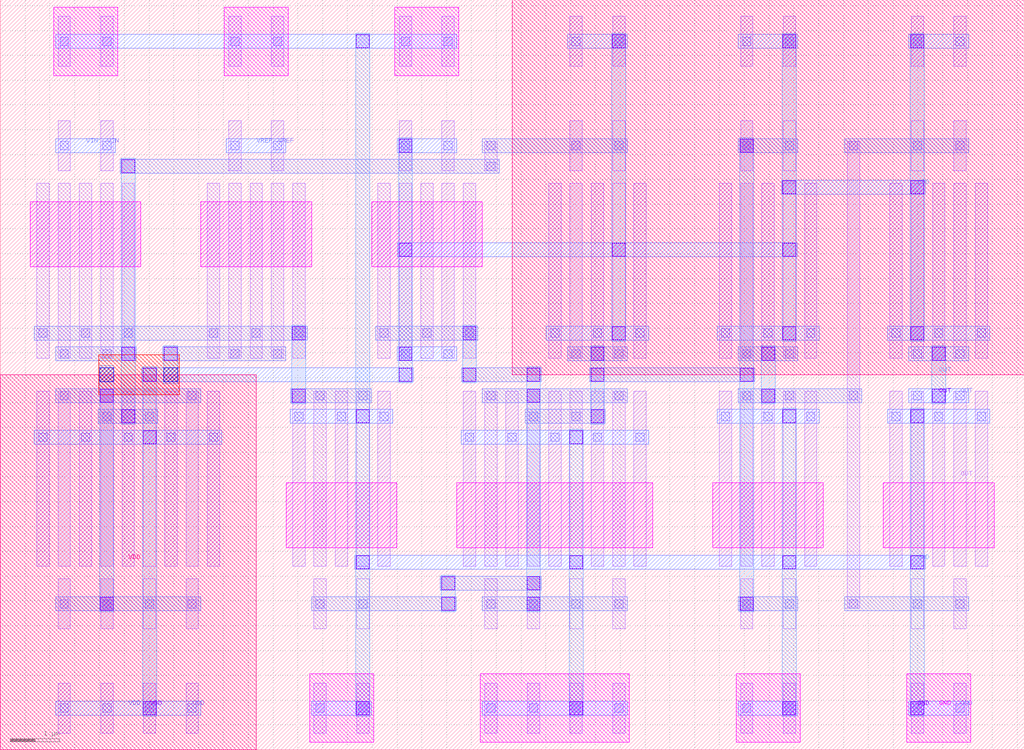
<source format=lef>
VERSION 5.7 ;
  DIVIDERCHAR "/" ;
  BUSBITCHARS "[]" ;
MACRO onebitADC
  CLASS BLOCK ;
  FOREIGN onebitADC ;
  ORIGIN 0.000 0.000 ;
  SIZE 20.640 BY 15.120 ;
  PIN VIN
    ANTENNAGATEAREA 0.630000 ;
    PORT
      LAYER li1 ;
        RECT 1.165 11.675 1.415 12.685 ;
        RECT 2.025 11.675 2.275 12.685 ;
      LAYER mcon ;
        RECT 1.205 12.095 1.375 12.265 ;
        RECT 2.065 12.095 2.235 12.265 ;
      LAYER met1 ;
        RECT 1.120 12.040 2.320 12.320 ;
    END
  END VIN
  PIN GND
    ANTENNADIFFAREA 7.036400 ;
    PORT
      LAYER pwell ;
        RECT 1.075 13.590 2.365 14.970 ;
        RECT 4.515 13.590 5.805 14.970 ;
        RECT 7.955 13.590 9.245 14.970 ;
        RECT 6.235 0.150 7.525 1.530 ;
        RECT 9.675 0.150 12.685 1.530 ;
        RECT 14.835 0.150 16.125 1.530 ;
        RECT 18.275 0.150 19.565 1.530 ;
      LAYER li1 ;
        RECT 1.165 13.775 1.415 14.785 ;
        RECT 2.025 13.775 2.275 14.785 ;
        RECT 4.605 13.775 4.855 14.785 ;
        RECT 5.465 13.775 5.715 14.785 ;
        RECT 8.045 13.775 8.295 14.785 ;
        RECT 8.905 13.775 9.155 14.785 ;
        RECT 5.895 3.695 6.145 7.225 ;
        RECT 6.755 3.695 7.005 7.225 ;
        RECT 7.615 3.695 7.865 7.225 ;
        RECT 9.335 3.695 9.585 7.225 ;
        RECT 10.195 3.695 10.445 7.225 ;
        RECT 11.055 3.695 11.305 7.225 ;
        RECT 11.915 3.695 12.165 7.225 ;
        RECT 12.775 3.695 13.025 7.225 ;
        RECT 14.495 3.695 14.745 7.225 ;
        RECT 15.355 3.695 15.605 7.225 ;
        RECT 16.215 3.695 16.465 7.225 ;
        RECT 17.935 3.695 18.185 7.225 ;
        RECT 18.795 3.695 19.045 7.225 ;
        RECT 19.655 3.695 19.905 7.225 ;
        RECT 6.325 0.335 6.575 1.345 ;
        RECT 7.185 0.335 7.435 1.345 ;
        RECT 9.765 0.335 10.015 1.345 ;
        RECT 10.625 0.335 10.875 1.345 ;
        RECT 11.485 0.335 11.735 1.345 ;
        RECT 12.345 0.335 12.595 1.345 ;
        RECT 14.925 0.335 15.175 1.345 ;
        RECT 15.785 0.335 16.035 1.345 ;
        RECT 18.365 0.335 18.615 1.345 ;
        RECT 19.225 0.335 19.475 1.345 ;
      LAYER mcon ;
        RECT 1.205 14.195 1.375 14.365 ;
        RECT 2.065 14.195 2.235 14.365 ;
        RECT 4.645 14.195 4.815 14.365 ;
        RECT 5.505 14.195 5.675 14.365 ;
        RECT 8.085 14.195 8.255 14.365 ;
        RECT 8.945 14.195 9.115 14.365 ;
        RECT 5.935 6.635 6.105 6.805 ;
        RECT 6.795 6.635 6.965 6.805 ;
        RECT 7.655 6.635 7.825 6.805 ;
        RECT 9.375 6.215 9.545 6.385 ;
        RECT 10.235 6.215 10.405 6.385 ;
        RECT 11.095 6.215 11.265 6.385 ;
        RECT 11.955 6.215 12.125 6.385 ;
        RECT 12.815 6.215 12.985 6.385 ;
        RECT 14.535 6.635 14.705 6.805 ;
        RECT 15.395 6.635 15.565 6.805 ;
        RECT 16.255 6.635 16.425 6.805 ;
        RECT 17.975 6.635 18.145 6.805 ;
        RECT 18.835 6.635 19.005 6.805 ;
        RECT 19.695 6.635 19.865 6.805 ;
        RECT 6.365 0.755 6.535 0.925 ;
        RECT 7.225 0.755 7.395 0.925 ;
        RECT 9.805 0.755 9.975 0.925 ;
        RECT 10.665 0.755 10.835 0.925 ;
        RECT 11.525 0.755 11.695 0.925 ;
        RECT 12.385 0.755 12.555 0.925 ;
        RECT 14.965 0.755 15.135 0.925 ;
        RECT 15.825 0.755 15.995 0.925 ;
        RECT 18.405 0.755 18.575 0.925 ;
        RECT 19.265 0.755 19.435 0.925 ;
      LAYER met1 ;
        RECT 1.120 14.140 9.200 14.420 ;
        RECT 5.850 6.580 7.910 6.860 ;
        RECT 14.450 6.580 16.510 6.860 ;
        RECT 17.890 6.580 19.950 6.860 ;
        RECT 9.290 6.160 13.070 6.440 ;
        RECT 7.150 3.640 18.650 3.920 ;
        RECT 6.280 0.700 7.480 0.980 ;
        RECT 9.720 0.700 12.640 0.980 ;
        RECT 14.880 0.700 16.080 0.980 ;
        RECT 18.320 0.700 19.520 0.980 ;
      LAYER via ;
        RECT 7.180 14.150 7.440 14.410 ;
        RECT 7.180 6.590 7.440 6.850 ;
        RECT 15.780 6.590 16.040 6.850 ;
        RECT 18.360 6.590 18.620 6.850 ;
        RECT 11.480 6.170 11.740 6.430 ;
        RECT 7.180 3.650 7.440 3.910 ;
        RECT 11.480 3.650 11.740 3.910 ;
        RECT 15.780 3.650 16.040 3.910 ;
        RECT 18.360 3.650 18.620 3.910 ;
        RECT 7.180 0.710 7.440 0.970 ;
        RECT 11.480 0.710 11.740 0.970 ;
        RECT 15.780 0.710 16.040 0.970 ;
        RECT 18.360 0.710 18.620 0.970 ;
      LAYER met2 ;
        RECT 7.170 0.680 7.450 14.440 ;
        RECT 11.470 0.680 11.750 6.460 ;
        RECT 15.770 0.680 16.050 6.880 ;
        RECT 18.350 0.680 18.630 6.880 ;
    END
  END GND
  PIN OUT
    ANTENNADIFFAREA 1.176000 ;
    PORT
      LAYER li1 ;
        RECT 18.365 7.895 18.615 11.425 ;
        RECT 19.225 7.895 19.475 11.425 ;
        RECT 18.365 3.695 18.615 7.225 ;
        RECT 19.225 3.695 19.475 7.225 ;
      LAYER mcon ;
        RECT 18.405 7.895 18.575 8.065 ;
        RECT 19.265 7.895 19.435 8.065 ;
        RECT 18.405 7.055 18.575 7.225 ;
        RECT 19.265 7.055 19.435 7.225 ;
      LAYER met1 ;
        RECT 18.320 7.840 19.520 8.120 ;
        RECT 18.320 7.000 19.520 7.280 ;
      LAYER via ;
        RECT 18.790 7.850 19.050 8.110 ;
        RECT 18.790 7.010 19.050 7.270 ;
      LAYER met2 ;
        RECT 18.780 6.980 19.060 8.140 ;
    END
  END OUT
  PIN VDD
    ANTENNAGATEAREA 0.630000 ;
    ANTENNADIFFAREA 6.482000 ;
    PORT
      LAYER nwell ;
        RECT 10.320 7.560 20.640 15.120 ;
        RECT 0.000 0.000 5.160 7.560 ;
      LAYER li1 ;
        RECT 11.485 13.775 11.735 14.785 ;
        RECT 12.345 13.775 12.595 14.785 ;
        RECT 14.925 13.775 15.175 14.785 ;
        RECT 15.785 13.775 16.035 14.785 ;
        RECT 18.365 13.775 18.615 14.785 ;
        RECT 19.225 13.775 19.475 14.785 ;
        RECT 8.045 11.675 8.295 12.685 ;
        RECT 8.905 11.675 9.155 12.685 ;
        RECT 8.045 7.895 8.295 11.425 ;
        RECT 8.905 7.895 9.155 11.425 ;
        RECT 11.055 7.895 11.305 11.425 ;
        RECT 11.915 7.895 12.165 11.425 ;
        RECT 12.775 7.895 13.025 11.425 ;
        RECT 14.495 7.895 14.745 11.425 ;
        RECT 15.355 7.895 15.605 11.425 ;
        RECT 16.215 7.895 16.465 11.425 ;
        RECT 17.935 7.895 18.185 11.425 ;
        RECT 18.795 7.895 19.045 11.425 ;
        RECT 19.655 7.895 19.905 11.425 ;
        RECT 0.735 3.695 0.985 7.225 ;
        RECT 1.595 3.695 1.845 7.225 ;
        RECT 2.455 3.695 2.705 7.225 ;
        RECT 3.315 3.695 3.565 7.225 ;
        RECT 4.175 3.695 4.425 7.225 ;
        RECT 1.165 0.335 1.415 1.345 ;
        RECT 2.025 0.335 2.275 1.345 ;
        RECT 2.885 0.335 3.135 1.345 ;
        RECT 3.745 0.335 3.995 1.345 ;
      LAYER mcon ;
        RECT 11.525 14.195 11.695 14.365 ;
        RECT 12.385 14.195 12.555 14.365 ;
        RECT 14.965 14.195 15.135 14.365 ;
        RECT 15.825 14.195 15.995 14.365 ;
        RECT 18.405 14.195 18.575 14.365 ;
        RECT 19.265 14.195 19.435 14.365 ;
        RECT 8.085 12.095 8.255 12.265 ;
        RECT 8.945 12.095 9.115 12.265 ;
        RECT 8.085 7.895 8.255 8.065 ;
        RECT 8.945 7.895 9.115 8.065 ;
        RECT 11.095 8.315 11.265 8.485 ;
        RECT 11.955 8.315 12.125 8.485 ;
        RECT 12.815 8.315 12.985 8.485 ;
        RECT 14.535 8.315 14.705 8.485 ;
        RECT 15.395 8.315 15.565 8.485 ;
        RECT 16.255 8.315 16.425 8.485 ;
        RECT 17.975 8.315 18.145 8.485 ;
        RECT 18.835 8.315 19.005 8.485 ;
        RECT 19.695 8.315 19.865 8.485 ;
        RECT 0.775 6.215 0.945 6.385 ;
        RECT 1.635 6.215 1.805 6.385 ;
        RECT 2.495 6.215 2.665 6.385 ;
        RECT 3.355 6.215 3.525 6.385 ;
        RECT 4.215 6.215 4.385 6.385 ;
        RECT 1.205 0.755 1.375 0.925 ;
        RECT 2.065 0.755 2.235 0.925 ;
        RECT 2.925 0.755 3.095 0.925 ;
        RECT 3.785 0.755 3.955 0.925 ;
      LAYER met1 ;
        RECT 11.440 14.140 12.640 14.420 ;
        RECT 14.880 14.140 16.080 14.420 ;
        RECT 18.320 14.140 19.520 14.420 ;
        RECT 8.000 12.040 9.200 12.320 ;
        RECT 15.750 11.200 18.650 11.480 ;
        RECT 8.010 9.940 16.070 10.220 ;
        RECT 11.010 8.260 13.070 8.540 ;
        RECT 14.450 8.260 16.510 8.540 ;
        RECT 17.890 8.260 19.950 8.540 ;
        RECT 8.000 7.840 9.200 8.120 ;
        RECT 2.850 7.420 8.330 7.700 ;
        RECT 0.690 6.160 4.470 6.440 ;
        RECT 1.120 0.700 4.040 0.980 ;
      LAYER via ;
        RECT 12.340 14.150 12.600 14.410 ;
        RECT 15.780 14.150 16.040 14.410 ;
        RECT 18.360 14.150 18.620 14.410 ;
        RECT 8.040 12.050 8.300 12.310 ;
        RECT 15.780 11.210 16.040 11.470 ;
        RECT 18.360 11.210 18.620 11.470 ;
        RECT 8.040 9.950 8.300 10.210 ;
        RECT 12.340 9.950 12.600 10.210 ;
        RECT 15.780 9.950 16.040 10.210 ;
        RECT 12.340 8.270 12.600 8.530 ;
        RECT 15.780 8.270 16.040 8.530 ;
        RECT 18.360 8.270 18.620 8.530 ;
        RECT 8.040 7.850 8.300 8.110 ;
        RECT 2.880 7.430 3.140 7.690 ;
        RECT 8.040 7.430 8.300 7.690 ;
        RECT 2.880 6.170 3.140 6.430 ;
        RECT 2.880 0.710 3.140 0.970 ;
      LAYER met2 ;
        RECT 2.870 0.680 3.150 7.720 ;
        RECT 8.030 7.400 8.310 12.340 ;
        RECT 12.330 8.240 12.610 14.440 ;
        RECT 15.770 8.240 16.050 14.440 ;
        RECT 18.350 8.240 18.630 14.440 ;
    END
  END VDD
  PIN VREF
    ANTENNAGATEAREA 0.630000 ;
    PORT
      LAYER li1 ;
        RECT 4.605 11.675 4.855 12.685 ;
        RECT 5.465 11.675 5.715 12.685 ;
      LAYER mcon ;
        RECT 4.645 12.095 4.815 12.265 ;
        RECT 5.505 12.095 5.675 12.265 ;
      LAYER met1 ;
        RECT 4.560 12.040 5.760 12.320 ;
    END
  END VREF
  OBS
      LAYER pwell ;
        RECT 0.605 9.740 2.835 11.050 ;
        RECT 4.045 9.740 6.275 11.050 ;
        RECT 7.485 9.740 9.715 11.050 ;
        RECT 5.765 4.070 7.995 5.380 ;
        RECT 9.205 4.070 13.155 5.380 ;
        RECT 14.365 4.070 16.595 5.380 ;
        RECT 17.805 4.070 20.035 5.380 ;
      LAYER li1 ;
        RECT 9.765 11.675 10.015 12.265 ;
        RECT 11.485 11.675 11.735 12.685 ;
        RECT 12.345 11.675 12.595 12.685 ;
        RECT 14.925 11.675 15.175 12.685 ;
        RECT 15.785 11.675 16.035 12.685 ;
        RECT 0.735 7.895 0.985 11.425 ;
        RECT 1.165 7.895 1.415 11.425 ;
        RECT 1.595 7.895 1.845 11.425 ;
        RECT 2.025 7.895 2.275 11.425 ;
        RECT 2.455 7.895 2.705 11.425 ;
        RECT 4.175 7.895 4.425 11.425 ;
        RECT 4.605 7.895 4.855 11.425 ;
        RECT 5.035 7.895 5.285 11.425 ;
        RECT 5.465 7.895 5.715 11.425 ;
        RECT 5.895 7.895 6.145 11.425 ;
        RECT 7.615 7.895 7.865 11.425 ;
        RECT 8.475 7.895 8.725 11.425 ;
        RECT 9.335 7.895 9.585 11.425 ;
        RECT 11.485 7.895 11.735 11.425 ;
        RECT 12.345 7.895 12.595 11.425 ;
        RECT 14.925 7.895 15.175 11.425 ;
        RECT 15.785 7.895 16.035 11.425 ;
        RECT 1.165 3.695 1.415 7.225 ;
        RECT 2.025 3.695 2.275 7.225 ;
        RECT 2.885 3.695 3.135 7.225 ;
        RECT 3.745 3.695 3.995 7.225 ;
        RECT 6.325 3.695 6.575 7.225 ;
        RECT 7.185 3.695 7.435 7.225 ;
        RECT 9.765 3.695 10.015 7.225 ;
        RECT 10.625 3.695 10.875 7.225 ;
        RECT 11.485 3.695 11.735 7.225 ;
        RECT 12.345 3.695 12.595 7.225 ;
        RECT 14.925 3.695 15.175 7.225 ;
        RECT 15.785 3.695 16.035 7.225 ;
        RECT 1.165 2.435 1.415 3.445 ;
        RECT 2.025 2.435 2.275 3.445 ;
        RECT 2.885 2.435 3.135 3.445 ;
        RECT 3.745 2.435 3.995 3.445 ;
        RECT 6.325 2.435 6.575 3.445 ;
        RECT 7.185 2.435 7.435 3.445 ;
        RECT 9.765 2.435 10.015 3.445 ;
        RECT 10.625 2.435 10.875 3.445 ;
        RECT 11.485 2.435 11.735 3.445 ;
        RECT 12.345 2.435 12.595 3.445 ;
        RECT 14.925 2.435 15.175 3.445 ;
        RECT 15.785 2.435 16.035 3.445 ;
        RECT 17.075 2.855 17.325 12.265 ;
        RECT 18.365 11.675 18.615 12.685 ;
        RECT 19.225 11.675 19.475 12.685 ;
        RECT 18.365 2.435 18.615 3.445 ;
        RECT 19.225 2.435 19.475 3.445 ;
      LAYER mcon ;
        RECT 9.805 12.095 9.975 12.265 ;
        RECT 9.805 11.675 9.975 11.845 ;
        RECT 11.525 12.095 11.695 12.265 ;
        RECT 12.385 12.095 12.555 12.265 ;
        RECT 14.965 12.095 15.135 12.265 ;
        RECT 15.825 12.095 15.995 12.265 ;
        RECT 17.115 12.095 17.285 12.265 ;
        RECT 0.775 8.315 0.945 8.485 ;
        RECT 1.205 7.895 1.375 8.065 ;
        RECT 1.635 8.315 1.805 8.485 ;
        RECT 2.065 7.895 2.235 8.065 ;
        RECT 2.495 8.315 2.665 8.485 ;
        RECT 4.215 8.315 4.385 8.485 ;
        RECT 4.645 7.895 4.815 8.065 ;
        RECT 5.075 8.315 5.245 8.485 ;
        RECT 5.505 7.895 5.675 8.065 ;
        RECT 5.935 8.315 6.105 8.485 ;
        RECT 7.655 8.315 7.825 8.485 ;
        RECT 8.515 8.315 8.685 8.485 ;
        RECT 9.375 8.315 9.545 8.485 ;
        RECT 11.525 7.895 11.695 8.065 ;
        RECT 12.385 7.895 12.555 8.065 ;
        RECT 14.965 7.895 15.135 8.065 ;
        RECT 15.825 7.895 15.995 8.065 ;
        RECT 18.405 12.095 18.575 12.265 ;
        RECT 19.265 12.095 19.435 12.265 ;
        RECT 1.205 7.055 1.375 7.225 ;
        RECT 2.065 6.635 2.235 6.805 ;
        RECT 2.925 6.635 3.095 6.805 ;
        RECT 3.785 7.055 3.955 7.225 ;
        RECT 6.365 7.055 6.535 7.225 ;
        RECT 7.225 7.055 7.395 7.225 ;
        RECT 9.805 7.055 9.975 7.225 ;
        RECT 10.665 6.635 10.835 6.805 ;
        RECT 11.525 6.635 11.695 6.805 ;
        RECT 12.385 7.055 12.555 7.225 ;
        RECT 14.965 7.055 15.135 7.225 ;
        RECT 15.825 7.055 15.995 7.225 ;
        RECT 17.115 7.055 17.285 7.225 ;
        RECT 1.205 2.855 1.375 3.025 ;
        RECT 2.065 2.855 2.235 3.025 ;
        RECT 2.925 2.855 3.095 3.025 ;
        RECT 3.785 2.855 3.955 3.025 ;
        RECT 6.365 2.855 6.535 3.025 ;
        RECT 7.225 2.855 7.395 3.025 ;
        RECT 9.805 2.855 9.975 3.025 ;
        RECT 10.665 2.855 10.835 3.025 ;
        RECT 11.525 2.855 11.695 3.025 ;
        RECT 12.385 2.855 12.555 3.025 ;
        RECT 14.965 2.855 15.135 3.025 ;
        RECT 15.825 2.855 15.995 3.025 ;
        RECT 17.115 2.855 17.285 3.025 ;
        RECT 18.405 2.855 18.575 3.025 ;
        RECT 19.265 2.855 19.435 3.025 ;
      LAYER met1 ;
        RECT 9.720 12.040 12.640 12.320 ;
        RECT 14.880 12.040 16.080 12.320 ;
        RECT 17.030 12.040 19.520 12.320 ;
        RECT 2.420 11.620 10.060 11.900 ;
        RECT 0.690 8.260 6.190 8.540 ;
        RECT 7.570 8.260 9.630 8.540 ;
        RECT 1.120 7.840 2.740 8.120 ;
        RECT 3.280 7.840 5.760 8.120 ;
        RECT 11.440 7.840 12.640 8.120 ;
        RECT 14.880 7.840 16.080 8.120 ;
        RECT 9.300 7.420 10.910 7.700 ;
        RECT 11.880 7.420 15.210 7.700 ;
        RECT 1.120 7.000 4.040 7.280 ;
        RECT 5.860 7.000 7.480 7.280 ;
        RECT 9.720 7.000 12.640 7.280 ;
        RECT 14.880 7.000 17.370 7.280 ;
        RECT 1.980 6.580 3.180 6.860 ;
        RECT 10.580 6.580 12.200 6.860 ;
        RECT 8.870 3.220 10.910 3.500 ;
        RECT 1.120 2.800 4.040 3.080 ;
        RECT 6.280 2.800 9.190 3.080 ;
        RECT 9.720 2.800 12.640 3.080 ;
        RECT 14.880 2.800 16.080 3.080 ;
        RECT 17.030 2.800 19.520 3.080 ;
      LAYER via ;
        RECT 14.920 12.050 15.180 12.310 ;
        RECT 2.450 11.630 2.710 11.890 ;
        RECT 5.890 8.270 6.150 8.530 ;
        RECT 9.330 8.270 9.590 8.530 ;
        RECT 2.450 7.850 2.710 8.110 ;
        RECT 3.310 7.850 3.570 8.110 ;
        RECT 11.910 7.850 12.170 8.110 ;
        RECT 15.350 7.850 15.610 8.110 ;
        RECT 9.330 7.430 9.590 7.690 ;
        RECT 10.620 7.430 10.880 7.690 ;
        RECT 11.910 7.430 12.170 7.690 ;
        RECT 14.920 7.430 15.180 7.690 ;
        RECT 2.020 7.010 2.280 7.270 ;
        RECT 5.890 7.010 6.150 7.270 ;
        RECT 10.620 7.010 10.880 7.270 ;
        RECT 15.350 7.010 15.610 7.270 ;
        RECT 2.450 6.590 2.710 6.850 ;
        RECT 11.910 6.590 12.170 6.850 ;
        RECT 8.900 3.230 9.160 3.490 ;
        RECT 10.620 3.230 10.880 3.490 ;
        RECT 2.020 2.810 2.280 3.070 ;
        RECT 8.900 2.810 9.160 3.070 ;
        RECT 10.620 2.810 10.880 3.070 ;
        RECT 14.920 2.810 15.180 3.070 ;
      LAYER met2 ;
        RECT 2.010 2.780 2.290 7.745 ;
        RECT 2.440 6.560 2.720 11.920 ;
        RECT 3.300 7.375 3.580 8.140 ;
        RECT 5.880 6.980 6.160 8.560 ;
        RECT 9.320 7.400 9.600 8.560 ;
        RECT 8.890 2.780 9.170 3.520 ;
        RECT 10.610 2.780 10.890 7.720 ;
        RECT 11.900 6.560 12.180 8.140 ;
        RECT 14.910 2.780 15.190 12.340 ;
        RECT 15.340 6.980 15.620 8.140 ;
      LAYER via2 ;
        RECT 2.010 7.420 2.290 7.700 ;
        RECT 3.300 7.420 3.580 7.700 ;
      LAYER met3 ;
        RECT 1.985 7.160 3.605 7.960 ;
  END
END onebitADC
END LIBRARY


</source>
